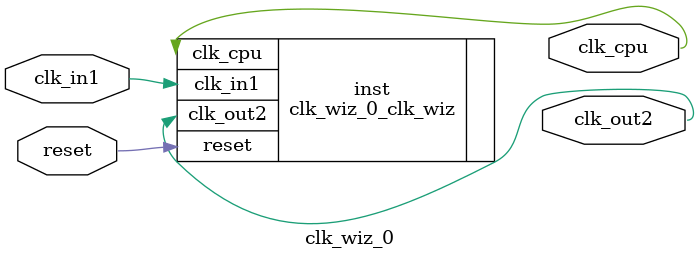
<source format=v>


`timescale 1ps/1ps

(* CORE_GENERATION_INFO = "clk_wiz_0,clk_wiz_v6_0_6_0_0,{component_name=clk_wiz_0,use_phase_alignment=true,use_min_o_jitter=false,use_max_i_jitter=false,use_dyn_phase_shift=false,use_inclk_switchover=false,use_dyn_reconfig=false,enable_axi=0,feedback_source=FDBK_AUTO,PRIMITIVE=MMCM,num_out_clk=2,clkin1_period=10.000,clkin2_period=10.000,use_power_down=false,use_reset=true,use_locked=false,use_inclk_stopped=false,feedback_type=SINGLE,CLOCK_MGR_TYPE=NA,manual_override=false}" *)

module clk_wiz_0 
 (
  // Clock out ports
  output        clk_cpu,
  output        clk_out2,
  // Status and control signals
  input         reset,
 // Clock in ports
  input         clk_in1
 );

  clk_wiz_0_clk_wiz inst
  (
  // Clock out ports  
  .clk_cpu(clk_cpu),
  .clk_out2(clk_out2),
  // Status and control signals               
  .reset(reset), 
 // Clock in ports
  .clk_in1(clk_in1)
  );

endmodule

</source>
